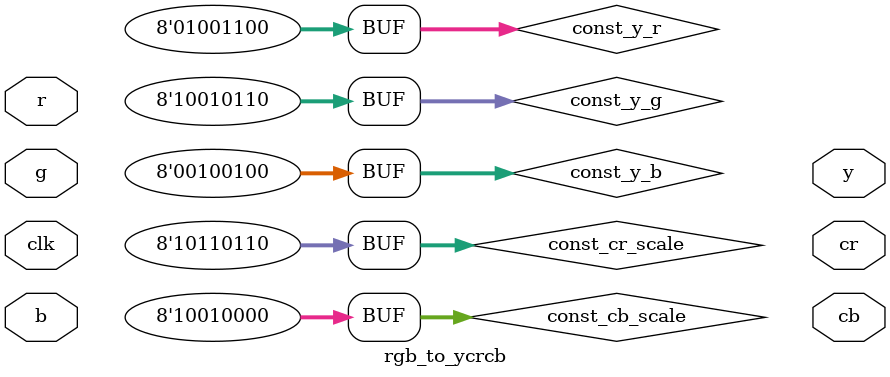
<source format=v>
module rgb_to_ycrcb(input clk,
	input [7:0] r,  // 8-bit unsigned
	input [7:0] g,  // 8-bit unsigned
	input [7:0] b,  // 8-bit unsigned
	output reg [7:0] y,  // 8-bit unsigned
	output reg [7:0] cr,  // 8-bit unsigned
	output reg [7:0] cb);  // 8-bit unsigned
	
	// Y constants
	wire [7:0] const_y_r = 8'h4c;  // 0.299
	wire [7:0] const_y_g = 8'h96;  // 0.587
	wire [7:0] const_y_b = 8'h24;  // 0.144
	
	// Cr constants
	wire [7:0] const_cr_scale = 8'hb6;  // 0.713
	
	// Cb constants
	wire [7:0] const_cb_scale = 8'h90;  // 0.564
	
	// Multiply
	reg [15:0] y_product_r, y_product_g, y_product_b;
	
	always @(posedge clk) begin
		y_product_r <= r * const_y_r;
		y_product_g <= g * const_y_g;
		y_product_b <= b * const_y_b;
	end
	
	// Add
	wire signed [16:0] y_signed = y_product_r + y_product_g + y_product_b;
	reg signed [16:0] r_sub_y, b_sub_y;
	reg [7:0] y_buffer;
	
	always @(posedge clk) begin
		y_buffer <= y_signed[15:8];
		r_sub_y <= {1'b0, r, {8{1'b0}}} - y_signed;
		b_sub_y <= {1'b0, b, {8{1'b0}}} - y_signed;
	end
	
	
endmodule

</source>
